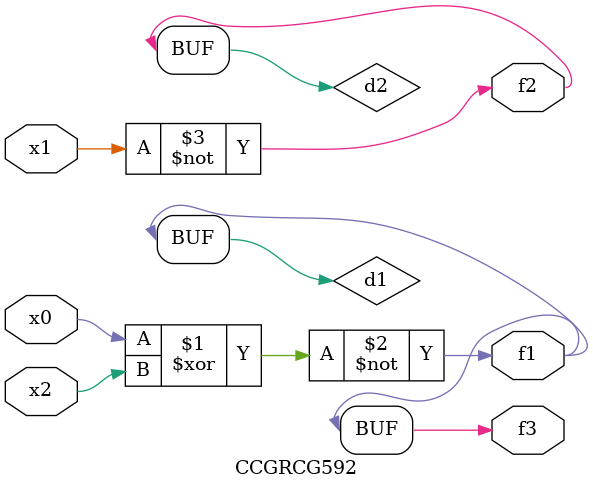
<source format=v>
module CCGRCG592(
	input x0, x1, x2,
	output f1, f2, f3
);

	wire d1, d2, d3;

	xnor (d1, x0, x2);
	nand (d2, x1);
	nor (d3, x1, x2);
	assign f1 = d1;
	assign f2 = d2;
	assign f3 = d1;
endmodule

</source>
